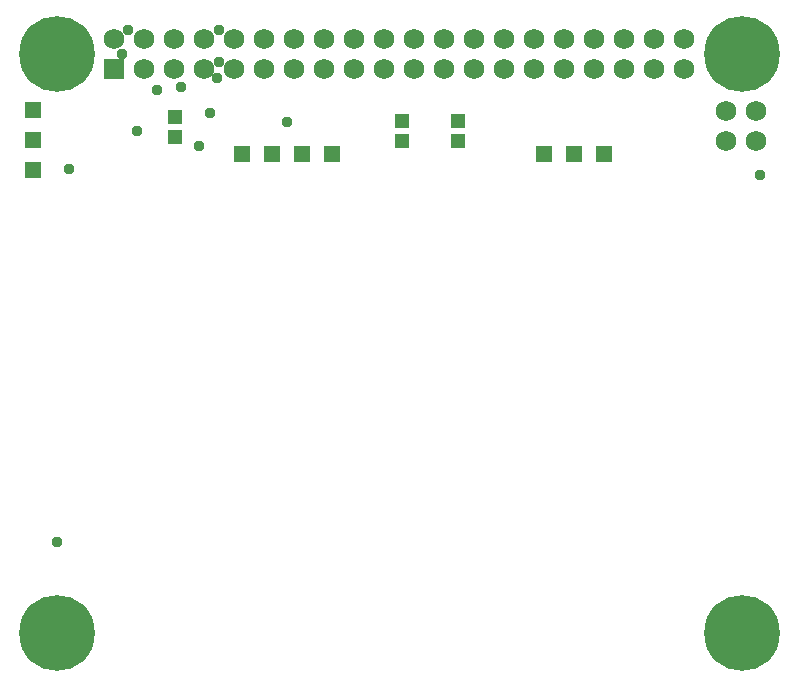
<source format=gbr>
G04 EAGLE Gerber RS-274X export*
G75*
%MOMM*%
%FSLAX34Y34*%
%LPD*%
%INSoldermask Top*%
%IPPOS*%
%AMOC8*
5,1,8,0,0,1.08239X$1,22.5*%
G01*
G04 Define Apertures*
%ADD10R,1.303200X1.203200*%
%ADD11R,1.473200X1.473200*%
%ADD12C,6.403200*%
%ADD13R,1.727200X1.727200*%
%ADD14C,1.727200*%
%ADD15C,0.959600*%
D10*
X382500Y459000D03*
X382500Y476000D03*
X142500Y462374D03*
X142500Y479374D03*
X335000Y476000D03*
X335000Y459000D03*
D11*
X199400Y447500D03*
X224800Y447500D03*
X250200Y447500D03*
X275600Y447500D03*
X454600Y447500D03*
X480000Y447500D03*
X505400Y447500D03*
D12*
X42500Y42500D03*
X622500Y42500D03*
X622500Y532500D03*
X42500Y532500D03*
D13*
X91200Y519800D03*
D14*
X116600Y519800D03*
X142000Y519800D03*
X167400Y519800D03*
X192800Y519800D03*
X218200Y519800D03*
X91200Y545200D03*
X116600Y545200D03*
X142000Y545200D03*
X167400Y545200D03*
X192800Y545200D03*
X218200Y545200D03*
X243600Y519800D03*
X243600Y545200D03*
X269000Y519800D03*
X294400Y519800D03*
X319800Y519800D03*
X345200Y519800D03*
X370600Y519800D03*
X396000Y519800D03*
X269000Y545200D03*
X294400Y545200D03*
X319800Y545200D03*
X345200Y545200D03*
X370600Y545200D03*
X396000Y545200D03*
X421400Y519800D03*
X421400Y545200D03*
X446800Y519800D03*
X472200Y519800D03*
X497600Y519800D03*
X523000Y519800D03*
X548400Y519800D03*
X573800Y519800D03*
X446800Y545200D03*
X472200Y545200D03*
X497600Y545200D03*
X523000Y545200D03*
X548400Y545200D03*
X573800Y545200D03*
X609400Y458570D03*
X634800Y458570D03*
X609400Y483970D03*
X634800Y483970D03*
D11*
X22500Y485400D03*
X22500Y460000D03*
X22500Y434600D03*
D15*
X110000Y467500D03*
X172500Y482500D03*
X147500Y505000D03*
X127500Y502500D03*
X97500Y532726D03*
X102500Y552500D03*
X180000Y552500D03*
X237500Y475000D03*
X637500Y430000D03*
X52500Y435000D03*
X177940Y512060D03*
X180100Y525380D03*
X42500Y119704D03*
X163116Y455000D03*
M02*

</source>
